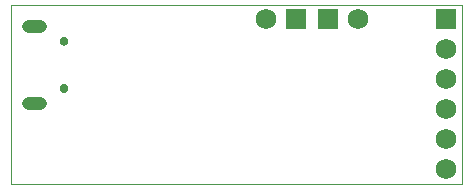
<source format=gbs>
G75*
%MOIN*%
%OFA0B0*%
%FSLAX25Y25*%
%IPPOS*%
%LPD*%
%AMOC8*
5,1,8,0,0,1.08239X$1,22.5*
%
%ADD10C,0.00000*%
%ADD11C,0.04400*%
%ADD12C,0.02900*%
%ADD13R,0.06900X0.06900*%
%ADD14C,0.06900*%
D10*
X0008000Y0002750D02*
X0008000Y0062711D01*
X0158201Y0062711D01*
X0158201Y0002750D01*
X0008000Y0002750D01*
X0024191Y0034876D02*
X0024193Y0034946D01*
X0024199Y0035016D01*
X0024209Y0035085D01*
X0024222Y0035154D01*
X0024240Y0035222D01*
X0024261Y0035289D01*
X0024286Y0035354D01*
X0024315Y0035418D01*
X0024347Y0035481D01*
X0024383Y0035541D01*
X0024422Y0035599D01*
X0024464Y0035655D01*
X0024509Y0035709D01*
X0024557Y0035760D01*
X0024608Y0035808D01*
X0024662Y0035853D01*
X0024718Y0035895D01*
X0024776Y0035934D01*
X0024836Y0035970D01*
X0024899Y0036002D01*
X0024963Y0036031D01*
X0025028Y0036056D01*
X0025095Y0036077D01*
X0025163Y0036095D01*
X0025232Y0036108D01*
X0025301Y0036118D01*
X0025371Y0036124D01*
X0025441Y0036126D01*
X0025511Y0036124D01*
X0025581Y0036118D01*
X0025650Y0036108D01*
X0025719Y0036095D01*
X0025787Y0036077D01*
X0025854Y0036056D01*
X0025919Y0036031D01*
X0025983Y0036002D01*
X0026046Y0035970D01*
X0026106Y0035934D01*
X0026164Y0035895D01*
X0026220Y0035853D01*
X0026274Y0035808D01*
X0026325Y0035760D01*
X0026373Y0035709D01*
X0026418Y0035655D01*
X0026460Y0035599D01*
X0026499Y0035541D01*
X0026535Y0035481D01*
X0026567Y0035418D01*
X0026596Y0035354D01*
X0026621Y0035289D01*
X0026642Y0035222D01*
X0026660Y0035154D01*
X0026673Y0035085D01*
X0026683Y0035016D01*
X0026689Y0034946D01*
X0026691Y0034876D01*
X0026689Y0034806D01*
X0026683Y0034736D01*
X0026673Y0034667D01*
X0026660Y0034598D01*
X0026642Y0034530D01*
X0026621Y0034463D01*
X0026596Y0034398D01*
X0026567Y0034334D01*
X0026535Y0034271D01*
X0026499Y0034211D01*
X0026460Y0034153D01*
X0026418Y0034097D01*
X0026373Y0034043D01*
X0026325Y0033992D01*
X0026274Y0033944D01*
X0026220Y0033899D01*
X0026164Y0033857D01*
X0026106Y0033818D01*
X0026046Y0033782D01*
X0025983Y0033750D01*
X0025919Y0033721D01*
X0025854Y0033696D01*
X0025787Y0033675D01*
X0025719Y0033657D01*
X0025650Y0033644D01*
X0025581Y0033634D01*
X0025511Y0033628D01*
X0025441Y0033626D01*
X0025371Y0033628D01*
X0025301Y0033634D01*
X0025232Y0033644D01*
X0025163Y0033657D01*
X0025095Y0033675D01*
X0025028Y0033696D01*
X0024963Y0033721D01*
X0024899Y0033750D01*
X0024836Y0033782D01*
X0024776Y0033818D01*
X0024718Y0033857D01*
X0024662Y0033899D01*
X0024608Y0033944D01*
X0024557Y0033992D01*
X0024509Y0034043D01*
X0024464Y0034097D01*
X0024422Y0034153D01*
X0024383Y0034211D01*
X0024347Y0034271D01*
X0024315Y0034334D01*
X0024286Y0034398D01*
X0024261Y0034463D01*
X0024240Y0034530D01*
X0024222Y0034598D01*
X0024209Y0034667D01*
X0024199Y0034736D01*
X0024193Y0034806D01*
X0024191Y0034876D01*
X0024191Y0050624D02*
X0024193Y0050694D01*
X0024199Y0050764D01*
X0024209Y0050833D01*
X0024222Y0050902D01*
X0024240Y0050970D01*
X0024261Y0051037D01*
X0024286Y0051102D01*
X0024315Y0051166D01*
X0024347Y0051229D01*
X0024383Y0051289D01*
X0024422Y0051347D01*
X0024464Y0051403D01*
X0024509Y0051457D01*
X0024557Y0051508D01*
X0024608Y0051556D01*
X0024662Y0051601D01*
X0024718Y0051643D01*
X0024776Y0051682D01*
X0024836Y0051718D01*
X0024899Y0051750D01*
X0024963Y0051779D01*
X0025028Y0051804D01*
X0025095Y0051825D01*
X0025163Y0051843D01*
X0025232Y0051856D01*
X0025301Y0051866D01*
X0025371Y0051872D01*
X0025441Y0051874D01*
X0025511Y0051872D01*
X0025581Y0051866D01*
X0025650Y0051856D01*
X0025719Y0051843D01*
X0025787Y0051825D01*
X0025854Y0051804D01*
X0025919Y0051779D01*
X0025983Y0051750D01*
X0026046Y0051718D01*
X0026106Y0051682D01*
X0026164Y0051643D01*
X0026220Y0051601D01*
X0026274Y0051556D01*
X0026325Y0051508D01*
X0026373Y0051457D01*
X0026418Y0051403D01*
X0026460Y0051347D01*
X0026499Y0051289D01*
X0026535Y0051229D01*
X0026567Y0051166D01*
X0026596Y0051102D01*
X0026621Y0051037D01*
X0026642Y0050970D01*
X0026660Y0050902D01*
X0026673Y0050833D01*
X0026683Y0050764D01*
X0026689Y0050694D01*
X0026691Y0050624D01*
X0026689Y0050554D01*
X0026683Y0050484D01*
X0026673Y0050415D01*
X0026660Y0050346D01*
X0026642Y0050278D01*
X0026621Y0050211D01*
X0026596Y0050146D01*
X0026567Y0050082D01*
X0026535Y0050019D01*
X0026499Y0049959D01*
X0026460Y0049901D01*
X0026418Y0049845D01*
X0026373Y0049791D01*
X0026325Y0049740D01*
X0026274Y0049692D01*
X0026220Y0049647D01*
X0026164Y0049605D01*
X0026106Y0049566D01*
X0026046Y0049530D01*
X0025983Y0049498D01*
X0025919Y0049469D01*
X0025854Y0049444D01*
X0025787Y0049423D01*
X0025719Y0049405D01*
X0025650Y0049392D01*
X0025581Y0049382D01*
X0025511Y0049376D01*
X0025441Y0049374D01*
X0025371Y0049376D01*
X0025301Y0049382D01*
X0025232Y0049392D01*
X0025163Y0049405D01*
X0025095Y0049423D01*
X0025028Y0049444D01*
X0024963Y0049469D01*
X0024899Y0049498D01*
X0024836Y0049530D01*
X0024776Y0049566D01*
X0024718Y0049605D01*
X0024662Y0049647D01*
X0024608Y0049692D01*
X0024557Y0049740D01*
X0024509Y0049791D01*
X0024464Y0049845D01*
X0024422Y0049901D01*
X0024383Y0049959D01*
X0024347Y0050019D01*
X0024315Y0050082D01*
X0024286Y0050146D01*
X0024261Y0050211D01*
X0024240Y0050278D01*
X0024222Y0050346D01*
X0024209Y0050415D01*
X0024199Y0050484D01*
X0024193Y0050554D01*
X0024191Y0050624D01*
D11*
X0017500Y0055450D02*
X0013500Y0055450D01*
X0013500Y0030050D02*
X0017500Y0030050D01*
D12*
X0025441Y0034876D03*
X0025441Y0050624D03*
D13*
X0103000Y0057750D03*
X0113500Y0057750D03*
X0153000Y0057750D03*
D14*
X0153000Y0047750D03*
X0153000Y0037750D03*
X0153000Y0027750D03*
X0153000Y0017750D03*
X0153000Y0007750D03*
X0123500Y0057750D03*
X0093000Y0057750D03*
M02*

</source>
